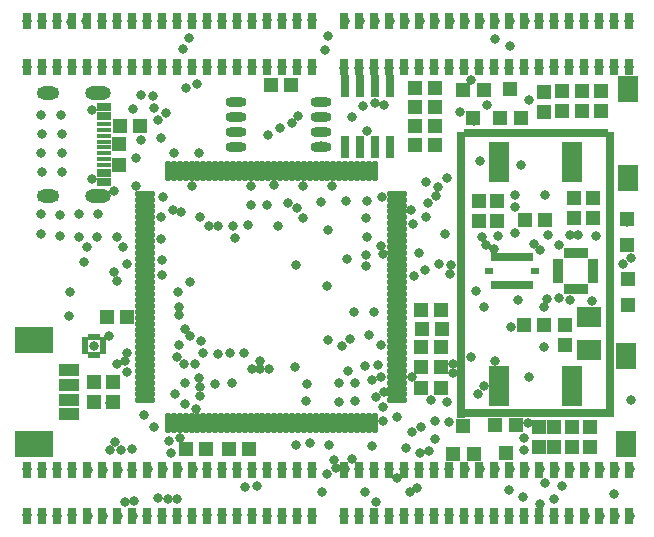
<source format=gts>
G04*
G04 #@! TF.GenerationSoftware,Altium Limited,Altium Designer,24.4.1 (13)*
G04*
G04 Layer_Color=8388736*
%FSLAX44Y44*%
%MOMM*%
G71*
G04*
G04 #@! TF.SameCoordinates,9A945CEE-F102-44BA-A3C3-DB53B066AAF5*
G04*
G04*
G04 #@! TF.FilePolarity,Negative*
G04*
G01*
G75*
%ADD38R,1.2032X1.3032*%
%ADD39R,1.2400X0.7000*%
%ADD40R,1.2400X0.4000*%
%ADD41R,12.2032X0.7032*%
%ADD42R,1.8032X3.5032*%
%ADD43R,0.7032X12.2032*%
%ADD44R,3.2032X2.3032*%
%ADD45R,1.8032X1.0032*%
G04:AMPARAMS|DCode=46|XSize=0.5832mm|YSize=0.5532mm|CornerRadius=0.1174mm|HoleSize=0mm|Usage=FLASHONLY|Rotation=180.000|XOffset=0mm|YOffset=0mm|HoleType=Round|Shape=RoundedRectangle|*
%AMROUNDEDRECTD46*
21,1,0.5832,0.3185,0,0,180.0*
21,1,0.3485,0.5532,0,0,180.0*
1,1,0.2347,-0.1743,0.1593*
1,1,0.2347,0.1743,0.1593*
1,1,0.2347,0.1743,-0.1593*
1,1,0.2347,-0.1743,-0.1593*
%
%ADD46ROUNDEDRECTD46*%
%ADD47R,0.6532X1.4032*%
%ADD48O,1.8032X0.8032*%
%ADD49R,0.7932X1.9532*%
G04:AMPARAMS|DCode=50|XSize=1.6732mm|YSize=0.4832mm|CornerRadius=0.1366mm|HoleSize=0mm|Usage=FLASHONLY|Rotation=180.000|XOffset=0mm|YOffset=0mm|HoleType=Round|Shape=RoundedRectangle|*
%AMROUNDEDRECTD50*
21,1,1.6732,0.2100,0,0,180.0*
21,1,1.4000,0.4832,0,0,180.0*
1,1,0.2732,-0.7000,0.1050*
1,1,0.2732,0.7000,0.1050*
1,1,0.2732,0.7000,-0.1050*
1,1,0.2732,-0.7000,-0.1050*
%
%ADD50ROUNDEDRECTD50*%
G04:AMPARAMS|DCode=51|XSize=1.6732mm|YSize=0.4832mm|CornerRadius=0.1366mm|HoleSize=0mm|Usage=FLASHONLY|Rotation=90.000|XOffset=0mm|YOffset=0mm|HoleType=Round|Shape=RoundedRectangle|*
%AMROUNDEDRECTD51*
21,1,1.6732,0.2100,0,0,90.0*
21,1,1.4000,0.4832,0,0,90.0*
1,1,0.2732,0.1050,0.7000*
1,1,0.2732,0.1050,-0.7000*
1,1,0.2732,-0.1050,-0.7000*
1,1,0.2732,-0.1050,0.7000*
%
%ADD51ROUNDEDRECTD51*%
%ADD52R,1.3032X1.2032*%
%ADD53R,1.2032X1.2032*%
%ADD54R,1.7032X2.2032*%
%ADD55R,0.7932X0.5532*%
%ADD56R,0.5532X0.7932*%
%ADD57R,0.5032X0.9032*%
%ADD58R,0.9032X0.5032*%
%ADD59R,2.0032X1.8032*%
%ADD60R,1.3032X1.3032*%
%ADD61C,0.8032*%
%ADD62O,2.2032X1.1032*%
%ADD63O,1.9032X1.1032*%
%ADD64C,1.0032*%
D38*
X287750Y1320250D02*
D03*
Y1303250D02*
D03*
X663000Y1348250D02*
D03*
Y1365250D02*
D03*
X680000D02*
D03*
Y1348250D02*
D03*
X592250Y1255250D02*
D03*
Y1272250D02*
D03*
X608250Y1255250D02*
D03*
Y1272250D02*
D03*
X689250Y1258000D02*
D03*
Y1275000D02*
D03*
X672750Y1258000D02*
D03*
Y1275000D02*
D03*
X665750Y1150500D02*
D03*
Y1167500D02*
D03*
X695750Y1348250D02*
D03*
Y1365250D02*
D03*
X266250Y1119250D02*
D03*
Y1102250D02*
D03*
X282500Y1119250D02*
D03*
Y1102250D02*
D03*
X647500Y1365000D02*
D03*
Y1348000D02*
D03*
X671500Y1063750D02*
D03*
Y1080750D02*
D03*
X655750Y1063750D02*
D03*
Y1080750D02*
D03*
X686750Y1081250D02*
D03*
Y1064250D02*
D03*
X643250Y1080750D02*
D03*
Y1063750D02*
D03*
D39*
X275500Y1352250D02*
D03*
Y1344250D02*
D03*
Y1296250D02*
D03*
Y1288250D02*
D03*
D40*
Y1322750D02*
D03*
Y1327750D02*
D03*
Y1332750D02*
D03*
Y1337750D02*
D03*
Y1317750D02*
D03*
Y1312750D02*
D03*
Y1307750D02*
D03*
Y1302750D02*
D03*
D41*
X640000Y1093000D02*
D03*
X640611Y1330315D02*
D03*
D42*
X609500Y1115750D02*
D03*
X671500D02*
D03*
X609500Y1305000D02*
D03*
X671500D02*
D03*
D43*
X703255Y1269983D02*
D03*
X703161Y1150451D02*
D03*
X577450Y1269864D02*
D03*
X577431Y1150020D02*
D03*
D44*
X216250Y1066250D02*
D03*
Y1154750D02*
D03*
D45*
X245250Y1091750D02*
D03*
Y1104250D02*
D03*
Y1116750D02*
D03*
Y1129250D02*
D03*
D46*
X259350Y1145000D02*
D03*
Y1150000D02*
D03*
Y1155000D02*
D03*
X264500Y1157650D02*
D03*
X269500D02*
D03*
X274650Y1155000D02*
D03*
Y1150000D02*
D03*
Y1145000D02*
D03*
X269500Y1142350D02*
D03*
X264500D02*
D03*
D47*
X478700Y1045000D02*
D03*
X491400D02*
D03*
X504100D02*
D03*
X516800D02*
D03*
X554900D02*
D03*
X542200D02*
D03*
X529500D02*
D03*
X567600D02*
D03*
X580300D02*
D03*
X593000D02*
D03*
X605700D02*
D03*
X618400D02*
D03*
X656500D02*
D03*
X643800D02*
D03*
X631100D02*
D03*
X669200D02*
D03*
X681900D02*
D03*
X694600D02*
D03*
X707300D02*
D03*
X720000D02*
D03*
X478700Y1006000D02*
D03*
X491400D02*
D03*
X504100D02*
D03*
X516800D02*
D03*
X554900D02*
D03*
X542200D02*
D03*
X529500D02*
D03*
X567600D02*
D03*
X580300D02*
D03*
X593000D02*
D03*
X605700D02*
D03*
X618400D02*
D03*
X656500D02*
D03*
X643800D02*
D03*
X631100D02*
D03*
X669200D02*
D03*
X681900D02*
D03*
X694600D02*
D03*
X707300D02*
D03*
X720000D02*
D03*
X451350Y1005750D02*
D03*
X438650D02*
D03*
X425950D02*
D03*
X413250D02*
D03*
X400550D02*
D03*
X362450D02*
D03*
X375150D02*
D03*
X387850D02*
D03*
X349750D02*
D03*
X337050D02*
D03*
X324350D02*
D03*
X311650D02*
D03*
X298950D02*
D03*
X260850D02*
D03*
X273550D02*
D03*
X286250D02*
D03*
X248150D02*
D03*
X235450D02*
D03*
X222750D02*
D03*
X210050D02*
D03*
X451350Y1044750D02*
D03*
X438650D02*
D03*
X425950D02*
D03*
X413250D02*
D03*
X400550D02*
D03*
X362450D02*
D03*
X375150D02*
D03*
X387850D02*
D03*
X349750D02*
D03*
X337050D02*
D03*
X324350D02*
D03*
X311650D02*
D03*
X298950D02*
D03*
X260850D02*
D03*
X273550D02*
D03*
X286250D02*
D03*
X248150D02*
D03*
X235450D02*
D03*
X222750D02*
D03*
X210050D02*
D03*
X210000Y1425000D02*
D03*
X222700D02*
D03*
X235400D02*
D03*
X248100D02*
D03*
X286200D02*
D03*
X273500D02*
D03*
X260800D02*
D03*
X298900D02*
D03*
X311600D02*
D03*
X324300D02*
D03*
X337000D02*
D03*
X349700D02*
D03*
X387800D02*
D03*
X375100D02*
D03*
X362400D02*
D03*
X400500D02*
D03*
X413200D02*
D03*
X425900D02*
D03*
X438600D02*
D03*
X451300D02*
D03*
X210000Y1386000D02*
D03*
X222700D02*
D03*
X235400D02*
D03*
X248100D02*
D03*
X286200D02*
D03*
X273500D02*
D03*
X260800D02*
D03*
X298900D02*
D03*
X311600D02*
D03*
X324300D02*
D03*
X337000D02*
D03*
X349700D02*
D03*
X387800D02*
D03*
X375100D02*
D03*
X362400D02*
D03*
X400500D02*
D03*
X413200D02*
D03*
X425900D02*
D03*
X438600D02*
D03*
X451300D02*
D03*
X720000Y1386000D02*
D03*
X707300D02*
D03*
X694600D02*
D03*
X681900D02*
D03*
X669200D02*
D03*
X631100D02*
D03*
X643800D02*
D03*
X656500D02*
D03*
X618400D02*
D03*
X605700D02*
D03*
X593000D02*
D03*
X580300D02*
D03*
X567600D02*
D03*
X529500D02*
D03*
X542200D02*
D03*
X554900D02*
D03*
X516800D02*
D03*
X504100D02*
D03*
X491400D02*
D03*
X478700D02*
D03*
X720000Y1425000D02*
D03*
X707300D02*
D03*
X694600D02*
D03*
X681900D02*
D03*
X669200D02*
D03*
X631100D02*
D03*
X643800D02*
D03*
X656500D02*
D03*
X618400D02*
D03*
X605700D02*
D03*
X593000D02*
D03*
X580300D02*
D03*
X567600D02*
D03*
X529500D02*
D03*
X542200D02*
D03*
X554900D02*
D03*
X516800D02*
D03*
X504100D02*
D03*
X491400D02*
D03*
X478700D02*
D03*
D48*
X387000Y1356550D02*
D03*
Y1343850D02*
D03*
Y1331150D02*
D03*
Y1318450D02*
D03*
X459000D02*
D03*
Y1331150D02*
D03*
Y1343850D02*
D03*
Y1356550D02*
D03*
D49*
X479400Y1317800D02*
D03*
X492100D02*
D03*
X504800D02*
D03*
X517500D02*
D03*
Y1369500D02*
D03*
X504800D02*
D03*
X492100D02*
D03*
X479400D02*
D03*
D50*
X523451Y1103550D02*
D03*
Y1108549D02*
D03*
Y1113550D02*
D03*
Y1118549D02*
D03*
Y1123550D02*
D03*
Y1128549D02*
D03*
Y1133550D02*
D03*
Y1138549D02*
D03*
Y1143550D02*
D03*
Y1148549D02*
D03*
Y1153550D02*
D03*
Y1158549D02*
D03*
Y1163550D02*
D03*
Y1168549D02*
D03*
Y1173550D02*
D03*
Y1178549D02*
D03*
Y1183550D02*
D03*
Y1188549D02*
D03*
Y1193550D02*
D03*
Y1198549D02*
D03*
Y1203550D02*
D03*
Y1208549D02*
D03*
Y1213550D02*
D03*
Y1218549D02*
D03*
Y1223549D02*
D03*
Y1228550D02*
D03*
Y1233549D02*
D03*
Y1238550D02*
D03*
Y1243549D02*
D03*
Y1248550D02*
D03*
Y1253549D02*
D03*
Y1258550D02*
D03*
Y1263549D02*
D03*
Y1268550D02*
D03*
Y1273549D02*
D03*
Y1278550D02*
D03*
X310050D02*
D03*
Y1273549D02*
D03*
Y1268550D02*
D03*
Y1263549D02*
D03*
Y1258550D02*
D03*
Y1253549D02*
D03*
Y1248550D02*
D03*
Y1243549D02*
D03*
Y1238550D02*
D03*
Y1233549D02*
D03*
Y1228550D02*
D03*
Y1223549D02*
D03*
Y1218549D02*
D03*
Y1213550D02*
D03*
Y1208549D02*
D03*
Y1203550D02*
D03*
Y1198549D02*
D03*
Y1193550D02*
D03*
Y1188549D02*
D03*
Y1183550D02*
D03*
Y1178549D02*
D03*
Y1173550D02*
D03*
Y1168549D02*
D03*
Y1163550D02*
D03*
Y1158549D02*
D03*
Y1153550D02*
D03*
Y1148549D02*
D03*
Y1143550D02*
D03*
Y1138549D02*
D03*
Y1133550D02*
D03*
Y1128549D02*
D03*
Y1123550D02*
D03*
Y1118549D02*
D03*
Y1113550D02*
D03*
Y1108549D02*
D03*
Y1103550D02*
D03*
D51*
X329250Y1084349D02*
D03*
X334250D02*
D03*
X339250D02*
D03*
X344250D02*
D03*
X349250D02*
D03*
X354250D02*
D03*
X359250D02*
D03*
X364250D02*
D03*
X369250D02*
D03*
X374250D02*
D03*
X379250D02*
D03*
X384250D02*
D03*
X389250D02*
D03*
X394250D02*
D03*
X399251D02*
D03*
X404250D02*
D03*
X409250D02*
D03*
X414250D02*
D03*
X419250D02*
D03*
X424250D02*
D03*
X429250D02*
D03*
X434250D02*
D03*
X439250D02*
D03*
X444250D02*
D03*
X449250D02*
D03*
X454250D02*
D03*
X459250D02*
D03*
X464250D02*
D03*
X469250D02*
D03*
X474250D02*
D03*
X479250D02*
D03*
X484250D02*
D03*
X489250D02*
D03*
X494250D02*
D03*
X499250D02*
D03*
X504250D02*
D03*
Y1297750D02*
D03*
X499250D02*
D03*
X494250D02*
D03*
X489250D02*
D03*
X484250D02*
D03*
X479250D02*
D03*
X474250D02*
D03*
X469250D02*
D03*
X464250D02*
D03*
X459250D02*
D03*
X454250D02*
D03*
X449250D02*
D03*
X444250D02*
D03*
X439250D02*
D03*
X434250D02*
D03*
X429250D02*
D03*
X424250D02*
D03*
X419250D02*
D03*
X414250D02*
D03*
X409250D02*
D03*
X404250D02*
D03*
X399251D02*
D03*
X394250D02*
D03*
X389250D02*
D03*
X384250D02*
D03*
X379250D02*
D03*
X374250D02*
D03*
X369250D02*
D03*
X364250D02*
D03*
X359250D02*
D03*
X354250D02*
D03*
X349250D02*
D03*
X344250D02*
D03*
X339250D02*
D03*
X334250D02*
D03*
X329250D02*
D03*
D52*
X560499Y1131750D02*
D03*
X543500D02*
D03*
X381250Y1062250D02*
D03*
X398250D02*
D03*
X361750Y1062000D02*
D03*
X344750D02*
D03*
X543750Y1113750D02*
D03*
X560750D02*
D03*
X648250Y1256500D02*
D03*
X631250D02*
D03*
X433500Y1370750D02*
D03*
X416500D02*
D03*
X538250Y1335750D02*
D03*
X555250D02*
D03*
X555250Y1319750D02*
D03*
X538250D02*
D03*
X555750Y1368250D02*
D03*
X538750D02*
D03*
X538250Y1351750D02*
D03*
X555250D02*
D03*
X288250Y1336000D02*
D03*
X305250D02*
D03*
X294500Y1173750D02*
D03*
X277500D02*
D03*
X630500Y1167000D02*
D03*
X647500D02*
D03*
X560250Y1148500D02*
D03*
X543250D02*
D03*
X561000Y1163750D02*
D03*
X544000D02*
D03*
X560750Y1179750D02*
D03*
X543750D02*
D03*
D53*
X628250Y1343000D02*
D03*
X610250D02*
D03*
X619250Y1367000D02*
D03*
X615250Y1058750D02*
D03*
X624250Y1082750D02*
D03*
X606250D02*
D03*
X579250Y1081750D02*
D03*
X570250Y1057750D02*
D03*
X588250D02*
D03*
X587750Y1342500D02*
D03*
X596750Y1366500D02*
D03*
X578750D02*
D03*
D54*
X716750Y1141500D02*
D03*
Y1066500D02*
D03*
X719000Y1292000D02*
D03*
Y1367000D02*
D03*
D55*
X639650Y1213250D02*
D03*
X601350D02*
D03*
D56*
X635500Y1201600D02*
D03*
X630500D02*
D03*
X625500D02*
D03*
X620500D02*
D03*
X615500D02*
D03*
X610500D02*
D03*
X605500D02*
D03*
Y1224900D02*
D03*
X610500D02*
D03*
X615500D02*
D03*
X620500D02*
D03*
X625500D02*
D03*
X630500D02*
D03*
X635500D02*
D03*
D57*
X667000Y1228250D02*
D03*
X672000D02*
D03*
X677000D02*
D03*
X682000D02*
D03*
Y1198250D02*
D03*
X677000D02*
D03*
X672000D02*
D03*
X667000D02*
D03*
D58*
X689500Y1220750D02*
D03*
Y1215750D02*
D03*
Y1210750D02*
D03*
Y1205750D02*
D03*
X659500D02*
D03*
Y1210750D02*
D03*
Y1215750D02*
D03*
Y1220750D02*
D03*
D59*
X685500Y1174000D02*
D03*
Y1146000D02*
D03*
D60*
X717750Y1235500D02*
D03*
Y1257500D02*
D03*
X718500Y1206250D02*
D03*
X718500Y1184250D02*
D03*
D61*
X264800Y1349150D02*
D03*
Y1291350D02*
D03*
X317500Y1081000D02*
D03*
X323125Y1240000D02*
D03*
Y1258500D02*
D03*
X333500Y1264356D02*
D03*
X340608Y1262928D02*
D03*
X325000Y1275500D02*
D03*
X334250Y1313250D02*
D03*
X413180Y1425222D02*
D03*
X425880D02*
D03*
X438580D02*
D03*
X451280D02*
D03*
X464750Y1412000D02*
D03*
X462000Y1400500D02*
D03*
X504150Y1425000D02*
D03*
X491200Y1385000D02*
D03*
X478500D02*
D03*
X478750Y1425000D02*
D03*
X491450D02*
D03*
X283225Y1280489D02*
D03*
X320500Y1340750D02*
D03*
X328000Y1346750D02*
D03*
X323125Y1325750D02*
D03*
X316750Y1361000D02*
D03*
X317250Y1351250D02*
D03*
X302250Y1309000D02*
D03*
X302000Y1284874D02*
D03*
X235450Y1005750D02*
D03*
X308750Y1091500D02*
D03*
X588750Y1340250D02*
D03*
X576500Y1347875D02*
D03*
X280000Y1101750D02*
D03*
X299125Y1044972D02*
D03*
X311930Y1045222D02*
D03*
X606000Y1137250D02*
D03*
X606250Y1082750D02*
D03*
X597250Y1115625D02*
D03*
X588250Y1057750D02*
D03*
X593500Y1306000D02*
D03*
X599500Y1353750D02*
D03*
X628500Y1303250D02*
D03*
X498125Y1331250D02*
D03*
X619250Y1367000D02*
D03*
X578750Y1366500D02*
D03*
X628250Y1343000D02*
D03*
X671000Y1307500D02*
D03*
X671500Y1115750D02*
D03*
X579250Y1081750D02*
D03*
X586156Y1375004D02*
D03*
X596750Y1366500D02*
D03*
X610250Y1343000D02*
D03*
X623375Y1267000D02*
D03*
Y1277750D02*
D03*
Y1244875D02*
D03*
X608625Y1242750D02*
D03*
X633125Y1256000D02*
D03*
X624250Y1082750D02*
D03*
X570250Y1057750D02*
D03*
X580430Y1045722D02*
D03*
X631000Y1071500D02*
D03*
X630750Y1061750D02*
D03*
X580180Y1005722D02*
D03*
X258236Y1220824D02*
D03*
X294844Y1143840D02*
D03*
X286160Y1134276D02*
D03*
X294625Y1127836D02*
D03*
X292940Y1136844D02*
D03*
X343782Y1118282D02*
D03*
X335489Y1109250D02*
D03*
X266750Y1149750D02*
D03*
X537750Y1209000D02*
D03*
X605250Y1232100D02*
D03*
X598472Y1235028D02*
D03*
X669200Y1425000D02*
D03*
X626000Y1188250D02*
D03*
X337750Y1195250D02*
D03*
X246500Y1195500D02*
D03*
X266750Y1102250D02*
D03*
X443735Y1257765D02*
D03*
X494500Y1352500D02*
D03*
X245500Y1174750D02*
D03*
X278000Y1173750D02*
D03*
X294250Y1219000D02*
D03*
X237750Y1242750D02*
D03*
X237750Y1260750D02*
D03*
X254000Y1241625D02*
D03*
X254000Y1261250D02*
D03*
X685500Y1146000D02*
D03*
X689250Y1275000D02*
D03*
X672750D02*
D03*
X592250Y1272250D02*
D03*
X608250D02*
D03*
X592500Y1257250D02*
D03*
X537000Y1253000D02*
D03*
X547625Y1288625D02*
D03*
Y1258750D02*
D03*
X541750Y1228500D02*
D03*
X547000Y1214250D02*
D03*
X485000Y1343500D02*
D03*
X504183Y1355325D02*
D03*
X324500Y1222500D02*
D03*
X285737Y1241639D02*
D03*
X480750Y1223375D02*
D03*
X291000Y1233125D02*
D03*
X294500Y1173750D02*
D03*
X418750Y1286149D02*
D03*
X635250Y1358250D02*
D03*
X668500Y1385500D02*
D03*
X679000Y1348750D02*
D03*
X663000Y1348250D02*
D03*
X647500Y1348000D02*
D03*
X695750Y1348250D02*
D03*
X416250Y1371250D02*
D03*
X433250Y1370500D02*
D03*
X559625Y1180375D02*
D03*
X633750Y1084250D02*
D03*
X543250Y1081000D02*
D03*
X474250Y1118500D02*
D03*
X481320Y1128755D02*
D03*
X488000Y1118000D02*
D03*
X474250Y1102000D02*
D03*
X464000Y1041500D02*
D03*
X399500Y1285250D02*
D03*
X399250Y1269250D02*
D03*
X412750Y1268750D02*
D03*
X464250Y1200125D02*
D03*
X351750Y1134625D02*
D03*
X343250D02*
D03*
X446750Y1117500D02*
D03*
X446250Y1103000D02*
D03*
X488000Y1102750D02*
D03*
X343500Y1100250D02*
D03*
X356250Y1107500D02*
D03*
Y1115110D02*
D03*
X355751Y1122343D02*
D03*
X352750Y1095927D02*
D03*
X244250Y1129500D02*
D03*
X244500Y1091750D02*
D03*
X266000Y1120000D02*
D03*
X282000Y1118250D02*
D03*
X284000Y1068250D02*
D03*
X280547Y1061875D02*
D03*
X330076Y1068875D02*
D03*
X400254Y1130004D02*
D03*
X406967Y1136980D02*
D03*
X407500Y1129750D02*
D03*
X414730Y1130286D02*
D03*
X344500Y1062750D02*
D03*
X339750Y1071750D02*
D03*
X398000Y1062000D02*
D03*
X483750Y1155500D02*
D03*
X357500Y1153750D02*
D03*
X359000Y1144000D02*
D03*
X437250Y1217875D02*
D03*
X396875Y1252000D02*
D03*
X384625Y1251000D02*
D03*
X371875Y1251167D02*
D03*
X364250Y1251000D02*
D03*
X414250Y1328000D02*
D03*
X510250Y1275750D02*
D03*
X497750Y1272750D02*
D03*
X480250Y1272500D02*
D03*
X468000Y1285375D02*
D03*
X497000Y1258250D02*
D03*
X464750Y1247625D02*
D03*
X497500Y1242250D02*
D03*
X496750Y1227000D02*
D03*
Y1217500D02*
D03*
X486463Y1178713D02*
D03*
X464750Y1154500D02*
D03*
X503750Y1178750D02*
D03*
X688500Y1187750D02*
D03*
X721500Y1103500D02*
D03*
X706750Y1024500D02*
D03*
X436500Y1131500D02*
D03*
X509250Y1150675D02*
D03*
X543126Y1148883D02*
D03*
X502248Y1121108D02*
D03*
X422250Y1251250D02*
D03*
X434000Y1338750D02*
D03*
X439750Y1344750D02*
D03*
X423742Y1334515D02*
D03*
X430500Y1271000D02*
D03*
X438250Y1266125D02*
D03*
X459000Y1271775D02*
D03*
X535042Y1264875D02*
D03*
X549250Y1270500D02*
D03*
X556500Y1276750D02*
D03*
X552000Y1103750D02*
D03*
X567500Y1085500D02*
D03*
X555500Y1086250D02*
D03*
X536250Y1076375D02*
D03*
X449500Y1067250D02*
D03*
X437875Y1066125D02*
D03*
X585750Y1140250D02*
D03*
X570500Y1134500D02*
D03*
Y1126750D02*
D03*
X476500Y1149500D02*
D03*
X337250Y1140500D02*
D03*
X714500Y1219250D02*
D03*
X721500Y1224000D02*
D03*
X559000Y1219250D02*
D03*
X567691Y1210296D02*
D03*
X568750Y1218250D02*
D03*
X590250Y1196000D02*
D03*
X324500Y1209500D02*
D03*
X670000Y1188500D02*
D03*
X597000Y1182500D02*
D03*
X338875Y1182725D02*
D03*
X338740Y1175476D02*
D03*
X594750Y1242000D02*
D03*
X563500Y1244250D02*
D03*
X286500Y1204750D02*
D03*
X283250Y1212250D02*
D03*
X347750Y1158250D02*
D03*
X343356Y1164017D02*
D03*
X499250Y1158750D02*
D03*
X338250Y1150250D02*
D03*
X506750Y1133425D02*
D03*
X496123Y1132538D02*
D03*
X510929Y1227197D02*
D03*
X509477Y1123204D02*
D03*
X535690Y1123051D02*
D03*
X591500Y1108750D02*
D03*
X565750Y1102000D02*
D03*
X648750Y1033500D02*
D03*
X550000Y1060500D02*
D03*
X631180Y1045222D02*
D03*
X484750Y1054000D02*
D03*
X642750Y1080250D02*
D03*
X501750Y1065250D02*
D03*
X471911Y1046443D02*
D03*
X479045Y1045156D02*
D03*
X470250Y1053500D02*
D03*
X459250Y1026375D02*
D03*
X565625Y1292000D02*
D03*
X393400Y1144000D02*
D03*
X558000Y1284500D02*
D03*
X511000Y1097750D02*
D03*
X505674Y1106207D02*
D03*
X496250Y1026375D02*
D03*
X533924Y1026208D02*
D03*
X540250Y1029750D02*
D03*
X504080Y1005275D02*
D03*
X505475Y1017525D02*
D03*
X523200Y1037712D02*
D03*
X516780Y1045222D02*
D03*
X618250Y1027916D02*
D03*
X404750Y1031250D02*
D03*
X394500Y1030500D02*
D03*
X382000Y1143888D02*
D03*
X341750Y1401000D02*
D03*
X349500Y1285000D02*
D03*
X353826Y1371757D02*
D03*
X347250Y1410500D02*
D03*
X618750Y1403500D02*
D03*
X606250Y1409250D02*
D03*
X512000Y1353500D02*
D03*
X386250Y1240750D02*
D03*
X371250Y1142500D02*
D03*
X662500Y1031000D02*
D03*
X647500Y1148750D02*
D03*
X650250Y1189250D02*
D03*
X660250Y1190000D02*
D03*
X289250Y1061978D02*
D03*
X300500Y1018750D02*
D03*
X321000Y1020722D02*
D03*
X336483Y1020250D02*
D03*
X329233Y1020250D02*
D03*
X629500Y1021750D02*
D03*
X656000Y1019750D02*
D03*
X644000Y1016000D02*
D03*
X279482Y1158482D02*
D03*
X293000Y1017500D02*
D03*
X337330Y1045222D02*
D03*
X523500Y1089250D02*
D03*
X511000Y1086000D02*
D03*
X362180Y1045722D02*
D03*
X344500Y1367750D02*
D03*
X299750Y1350500D02*
D03*
X443750Y1285250D02*
D03*
X260906Y1233651D02*
D03*
X509250Y1234250D02*
D03*
X356000Y1259000D02*
D03*
X512085Y1111050D02*
D03*
X299000Y1062750D02*
D03*
X274130Y1044972D02*
D03*
X286830D02*
D03*
X331552Y1059125D02*
D03*
X466000Y1066125D02*
D03*
X620000Y1165500D02*
D03*
X543500Y1163250D02*
D03*
X561000Y1163750D02*
D03*
X543500Y1131750D02*
D03*
X635000Y1123750D02*
D03*
X639000Y1236250D02*
D03*
X560250Y1148500D02*
D03*
X560499Y1131750D02*
D03*
X560750Y1113750D02*
D03*
X671750Y1062000D02*
D03*
X655750Y1063750D02*
D03*
X260000Y1425000D02*
D03*
X247500Y1424250D02*
D03*
X554700Y1385000D02*
D03*
X567400D02*
D03*
X719500Y1184500D02*
D03*
X718000Y1255000D02*
D03*
X347500Y1203750D02*
D03*
X369000Y1117750D02*
D03*
X383750Y1118000D02*
D03*
X555250Y1070750D02*
D03*
X542500Y1058750D02*
D03*
X530750Y1063500D02*
D03*
X306625Y1323875D02*
D03*
X458750Y1318750D02*
D03*
X269000Y1241625D02*
D03*
X459000Y1331150D02*
D03*
Y1343850D02*
D03*
X387000Y1318450D02*
D03*
Y1356550D02*
D03*
Y1343850D02*
D03*
Y1331150D02*
D03*
X413430Y1045472D02*
D03*
X270000Y1261250D02*
D03*
X221500D02*
D03*
X222000Y1244250D02*
D03*
X355750Y1313250D02*
D03*
X491380Y1045222D02*
D03*
X504080D02*
D03*
X567530Y1045472D02*
D03*
X529430D02*
D03*
X542130D02*
D03*
X554830D02*
D03*
X618530Y1045722D02*
D03*
X593130D02*
D03*
X605830D02*
D03*
X669280Y1045222D02*
D03*
X643880D02*
D03*
X656580D02*
D03*
X720280Y1045722D02*
D03*
X682180D02*
D03*
X694880D02*
D03*
X707580D02*
D03*
X720280Y1005722D02*
D03*
X682180D02*
D03*
X694880D02*
D03*
X707580D02*
D03*
X669030D02*
D03*
X630930D02*
D03*
X643630D02*
D03*
X656330D02*
D03*
X618280D02*
D03*
X592880D02*
D03*
X605580D02*
D03*
X567530Y1006222D02*
D03*
X529430D02*
D03*
X542130D02*
D03*
X554830D02*
D03*
X516780Y1005972D02*
D03*
X478680D02*
D03*
X491380D02*
D03*
X248280Y1045722D02*
D03*
X210180D02*
D03*
X222880D02*
D03*
X235580D02*
D03*
X261430Y1044972D02*
D03*
X350030Y1045222D02*
D03*
X324630D02*
D03*
X400280Y1045722D02*
D03*
X374880D02*
D03*
X387580D02*
D03*
X451530Y1045472D02*
D03*
X426130D02*
D03*
X438830D02*
D03*
X451530Y1005722D02*
D03*
X413430D02*
D03*
X426130D02*
D03*
X438830D02*
D03*
X400280Y1006722D02*
D03*
X362180D02*
D03*
X374880D02*
D03*
X387580D02*
D03*
X349530Y1005972D02*
D03*
X311430D02*
D03*
X324130D02*
D03*
X336830D02*
D03*
X299280D02*
D03*
X261180D02*
D03*
X273880D02*
D03*
X286580D02*
D03*
X248280Y1006222D02*
D03*
X210180D02*
D03*
X222880D02*
D03*
X451030Y1386222D02*
D03*
X412930D02*
D03*
X425630D02*
D03*
X438330D02*
D03*
X516850Y1425000D02*
D03*
X529550D02*
D03*
X542250D02*
D03*
X554950D02*
D03*
X567650D02*
D03*
X580350D02*
D03*
X593050D02*
D03*
X605750D02*
D03*
X618450D02*
D03*
X631150D02*
D03*
X503900Y1385000D02*
D03*
X516600D02*
D03*
X529300D02*
D03*
X542000D02*
D03*
X580100D02*
D03*
X592800D02*
D03*
X605500D02*
D03*
X618200D02*
D03*
X630900D02*
D03*
X643600D02*
D03*
X273500Y1425000D02*
D03*
X286200D02*
D03*
X298900D02*
D03*
X311600D02*
D03*
X324300D02*
D03*
X337000D02*
D03*
X400500D02*
D03*
X387800D02*
D03*
X375100D02*
D03*
X362400D02*
D03*
X349700D02*
D03*
X400500Y1386000D02*
D03*
X387800D02*
D03*
X375100D02*
D03*
X362400D02*
D03*
X349700D02*
D03*
X337000D02*
D03*
X324300D02*
D03*
X311600D02*
D03*
X298900D02*
D03*
X286200D02*
D03*
X273500D02*
D03*
X260800D02*
D03*
X248100D02*
D03*
X210000D02*
D03*
X222700D02*
D03*
X235400D02*
D03*
Y1425000D02*
D03*
X222700D02*
D03*
X210000D02*
D03*
X306750Y1361750D02*
D03*
X221750Y1345500D02*
D03*
X222250Y1329250D02*
D03*
X222000Y1312750D02*
D03*
X222250Y1296750D02*
D03*
X239000Y1345500D02*
D03*
X239250Y1329250D02*
D03*
Y1313000D02*
D03*
Y1297000D02*
D03*
X716750Y1066500D02*
D03*
Y1141500D02*
D03*
X719000Y1292000D02*
D03*
Y1367000D02*
D03*
X630500Y1167000D02*
D03*
X648750Y1277750D02*
D03*
X543750Y1179750D02*
D03*
X647500Y1182250D02*
D03*
X656500Y1425000D02*
D03*
X643800D02*
D03*
X656500Y1386000D02*
D03*
X681900Y1425000D02*
D03*
Y1386000D02*
D03*
X720000Y1425000D02*
D03*
X707300D02*
D03*
X694600D02*
D03*
Y1386000D02*
D03*
X707300D02*
D03*
X720000D02*
D03*
X689250Y1258000D02*
D03*
X672750D02*
D03*
X608250Y1255000D02*
D03*
X669250Y1243500D02*
D03*
X660000Y1235500D02*
D03*
X691750Y1242500D02*
D03*
X676750Y1243500D02*
D03*
X644000Y1230500D02*
D03*
X650750Y1243500D02*
D03*
D62*
X269700Y1363500D02*
D03*
Y1277000D02*
D03*
D63*
X228000Y1363500D02*
D03*
Y1277000D02*
D03*
D64*
X287750Y1320250D02*
D03*
X305250Y1336000D02*
D03*
M02*

</source>
